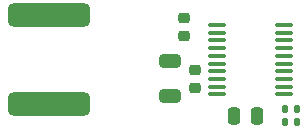
<source format=gbr>
%TF.GenerationSoftware,KiCad,Pcbnew,6.0.2+dfsg-1*%
%TF.CreationDate,2024-01-30T23:14:53-06:00*%
%TF.ProjectId,PCB,5043422e-6b69-4636-9164-5f7063625858,0.11*%
%TF.SameCoordinates,Original*%
%TF.FileFunction,Paste,Top*%
%TF.FilePolarity,Positive*%
%FSLAX46Y46*%
G04 Gerber Fmt 4.6, Leading zero omitted, Abs format (unit mm)*
G04 Created by KiCad (PCBNEW 6.0.2+dfsg-1) date 2024-01-30 23:14:53*
%MOMM*%
%LPD*%
G01*
G04 APERTURE LIST*
G04 Aperture macros list*
%AMRoundRect*
0 Rectangle with rounded corners*
0 $1 Rounding radius*
0 $2 $3 $4 $5 $6 $7 $8 $9 X,Y pos of 4 corners*
0 Add a 4 corners polygon primitive as box body*
4,1,4,$2,$3,$4,$5,$6,$7,$8,$9,$2,$3,0*
0 Add four circle primitives for the rounded corners*
1,1,$1+$1,$2,$3*
1,1,$1+$1,$4,$5*
1,1,$1+$1,$6,$7*
1,1,$1+$1,$8,$9*
0 Add four rect primitives between the rounded corners*
20,1,$1+$1,$2,$3,$4,$5,0*
20,1,$1+$1,$4,$5,$6,$7,0*
20,1,$1+$1,$6,$7,$8,$9,0*
20,1,$1+$1,$8,$9,$2,$3,0*%
G04 Aperture macros list end*
%ADD10RoundRect,0.500000X-3.000000X-0.500000X3.000000X-0.500000X3.000000X0.500000X-3.000000X0.500000X0*%
%ADD11RoundRect,0.100000X-0.637500X-0.100000X0.637500X-0.100000X0.637500X0.100000X-0.637500X0.100000X0*%
%ADD12RoundRect,0.225000X0.250000X-0.225000X0.250000X0.225000X-0.250000X0.225000X-0.250000X-0.225000X0*%
%ADD13RoundRect,0.250000X0.650000X-0.325000X0.650000X0.325000X-0.650000X0.325000X-0.650000X-0.325000X0*%
%ADD14RoundRect,0.250000X-0.250000X-0.475000X0.250000X-0.475000X0.250000X0.475000X-0.250000X0.475000X0*%
%ADD15RoundRect,0.135000X0.135000X0.185000X-0.135000X0.185000X-0.135000X-0.185000X0.135000X-0.185000X0*%
G04 APERTURE END LIST*
D10*
%TO.C,U2*%
X132525000Y-97690000D03*
X132525000Y-90190000D03*
%TD*%
D11*
%TO.C,U1*%
X146747500Y-91035000D03*
X146747500Y-91685000D03*
X146747500Y-92335000D03*
X146747500Y-92985000D03*
X146747500Y-93635000D03*
X146747500Y-94285000D03*
X146747500Y-94935000D03*
X146747500Y-95585000D03*
X146747500Y-96235000D03*
X146747500Y-96885000D03*
X152472500Y-96885000D03*
X152472500Y-96235000D03*
X152472500Y-95585000D03*
X152472500Y-94935000D03*
X152472500Y-94285000D03*
X152472500Y-93635000D03*
X152472500Y-92985000D03*
X152472500Y-92335000D03*
X152472500Y-91685000D03*
X152472500Y-91035000D03*
%TD*%
D12*
%TO.C,C2*%
X144910000Y-96375000D03*
X144910000Y-94825000D03*
%TD*%
D13*
%TO.C,C1*%
X142830000Y-97045000D03*
X142830000Y-94095000D03*
%TD*%
D14*
%TO.C,C4*%
X148240000Y-98690000D03*
X150140000Y-98690000D03*
%TD*%
D15*
%TO.C,R2*%
X153540000Y-98100000D03*
X152520000Y-98100000D03*
%TD*%
D12*
%TO.C,C3*%
X143950000Y-91955000D03*
X143950000Y-90405000D03*
%TD*%
D15*
%TO.C,R1*%
X153540000Y-99250000D03*
X152520000Y-99250000D03*
%TD*%
M02*

</source>
